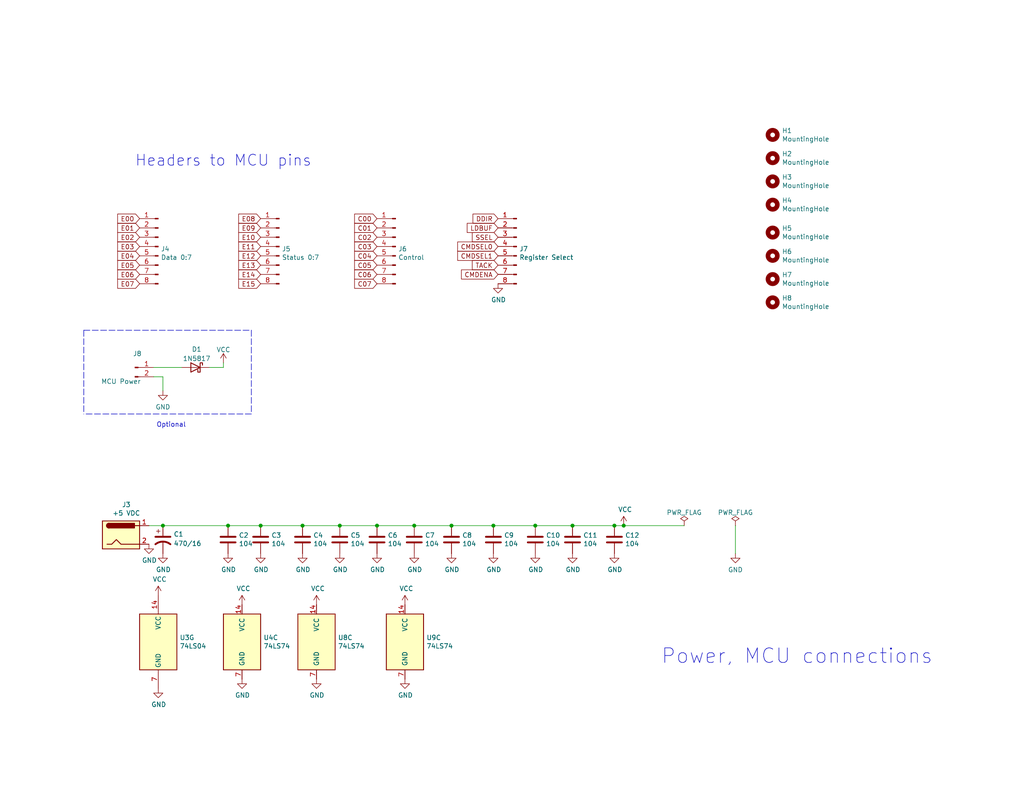
<source format=kicad_sch>
(kicad_sch (version 20211123) (generator eeschema)
  (paper "A")
  (title_block (title "Pertec controller - Power and MCU interface") (date "2022-10-12") (rev "0.2"))
  (lib_symbols
    (symbol "74xx:74LS04"
      (property "Reference" "U" (at 0 1.27 0))
      (property "Value" "74LS04" (at 0 -1.27 0))
      (symbol "74LS04_1_0"
        (polyline (pts (xy -3.81 3.81) (xy -3.81 -3.81) (xy 3.81 0) (xy -3.81 3.81)) (stroke (width 0.254)) (fill (type background)))
        (pin input line (at -7.62 0 0) (length 3.81) (name "~") (number "1"))
        (pin output inverted (at 7.62 0 180) (length 3.81) (name "~") (number "2"))
      )
      (symbol "74LS04_2_0"
        (polyline (pts (xy -3.81 3.81) (xy -3.81 -3.81) (xy 3.81 0) (xy -3.81 3.81)) (stroke (width 0.254)) (fill (type background)))
        (pin input line (at -7.62 0 0) (length 3.81) (name "~") (number "3"))
        (pin output inverted (at 7.62 0 180) (length 3.81) (name "~") (number "4"))
      )
      (symbol "74LS04_3_0"
        (polyline (pts (xy -3.81 3.81) (xy -3.81 -3.81) (xy 3.81 0) (xy -3.81 3.81)) (stroke (width 0.254)) (fill (type background)))
        (pin input line (at -7.62 0 0) (length 3.81) (name "~") (number "5"))
        (pin output inverted (at 7.62 0 180) (length 3.81) (name "~") (number "6"))
      )
      (symbol "74LS04_4_0"
        (polyline (pts (xy -3.81 3.81) (xy -3.81 -3.81) (xy 3.81 0) (xy -3.81 3.81)) (stroke (width 0.254)) (fill (type background)))
        (pin output inverted (at 7.62 0 180) (length 3.81) (name "~") (number "8"))
        (pin input line (at -7.62 0 0) (length 3.81) (name "~") (number "9"))
      )
      (symbol "74LS04_5_0"
        (polyline (pts (xy -3.81 3.81) (xy -3.81 -3.81) (xy 3.81 0) (xy -3.81 3.81)) (stroke (width 0.254)) (fill (type background)))
        (pin output inverted (at 7.62 0 180) (length 3.81) (name "~") (number "10"))
        (pin input line (at -7.62 0 0) (length 3.81) (name "~") (number "11"))
      )
      (symbol "74LS04_6_0"
        (polyline (pts (xy -3.81 3.81) (xy -3.81 -3.81) (xy 3.81 0) (xy -3.81 3.81)) (stroke (width 0.254)) (fill (type background)))
        (pin output inverted (at 7.62 0 180) (length 3.81) (name "~") (number "12"))
        (pin input line (at -7.62 0 0) (length 3.81) (name "~") (number "13"))
      )
      (symbol "74LS04_7_0"
        (pin power_in line (at 0 12.7 270) (length 5.08) (name "VCC") (number "14"))
        (pin power_in line (at 0 -12.7 90) (length 5.08) (name "GND") (number "7"))
      )
      (symbol "74LS04_7_1"
        (rectangle (start -5.08 7.62) (end 5.08 -7.62) (stroke (width 0.254)) (fill (type background)))
      )
    )
    (symbol "74xx:74LS74" (pin_names (offset 1.016))
      (property "Reference" "U" (at -7.62 8.89 0))
      (property "Value" "74LS74" (at -7.62 -8.89 0))
      (symbol "74LS74_1_0"
        (pin input line (at 0 -7.62 90) (length 2.54) (name "~{R}") (number "1"))
        (pin input line (at -7.62 2.54 0) (length 2.54) (name "D") (number "2"))
        (pin input clock (at -7.62 0 0) (length 2.54) (name "C") (number "3"))
        (pin input line (at 0 7.62 270) (length 2.54) (name "~{S}") (number "4"))
        (pin output line (at 7.62 2.54 180) (length 2.54) (name "Q") (number "5"))
        (pin output line (at 7.62 -2.54 180) (length 2.54) (name "~{Q}") (number "6"))
      )
      (symbol "74LS74_1_1"
        (rectangle (start -5.08 5.08) (end 5.08 -5.08) (stroke (width 0.254)) (fill (type background)))
      )
      (symbol "74LS74_2_0"
        (pin input line (at 0 7.62 270) (length 2.54) (name "~{S}") (number "10"))
        (pin input clock (at -7.62 0 0) (length 2.54) (name "C") (number "11"))
        (pin input line (at -7.62 2.54 0) (length 2.54) (name "D") (number "12"))
        (pin input line (at 0 -7.62 90) (length 2.54) (name "~{R}") (number "13"))
        (pin output line (at 7.62 -2.54 180) (length 2.54) (name "~{Q}") (number "8"))
        (pin output line (at 7.62 2.54 180) (length 2.54) (name "Q") (number "9"))
      )
      (symbol "74LS74_2_1"
        (rectangle (start -5.08 5.08) (end 5.08 -5.08) (stroke (width 0.254)) (fill (type background)))
      )
      (symbol "74LS74_3_0"
        (pin power_in line (at 0 10.16 270) (length 2.54) (name "VCC") (number "14"))
        (pin power_in line (at 0 -10.16 90) (length 2.54) (name "GND") (number "7"))
      )
      (symbol "74LS74_3_1"
        (rectangle (start -5.08 7.62) (end 5.08 -7.62) (stroke (width 0.254)) (fill (type background)))
      )
    )
    (symbol "Connector:Conn_01x02_Male" (pin_names (offset 1.016) hide)
      (property "Reference" "J" (at 0 2.54 0))
      (property "Value" "Conn_01x02_Male" (at 0 -5.08 0))
      (symbol "Conn_01x02_Male_1_1"
        (polyline (pts (xy 1.27 -2.54) (xy 0.8636 -2.54)) (stroke (width 0.1524)))
        (polyline (pts (xy 1.27 0) (xy 0.8636 0)) (stroke (width 0.1524)))
        (rectangle (start 0.8636 -2.413) (end 0 -2.667) (stroke (width 0.1524)) (fill (type outline)))
        (rectangle (start 0.8636 0.127) (end 0 -0.127) (stroke (width 0.1524)) (fill (type outline)))
        (pin passive line (at 5.08 0 180) (length 3.81) (name "Pin_1") (number "1"))
        (pin passive line (at 5.08 -2.54 180) (length 3.81) (name "Pin_2") (number "2"))
      )
    )
    (symbol "Connector:Conn_01x08_Male" (pin_names (offset 1.016) hide)
      (property "Reference" "J" (at 0 10.16 0))
      (property "Value" "Conn_01x08_Male" (at 0 -12.7 0))
      (symbol "Conn_01x08_Male_1_1"
        (polyline (pts (xy 1.27 -10.16) (xy 0.8636 -10.16)) (stroke (width 0.1524)))
        (polyline (pts (xy 1.27 -7.62) (xy 0.8636 -7.62)) (stroke (width 0.1524)))
        (polyline (pts (xy 1.27 -5.08) (xy 0.8636 -5.08)) (stroke (width 0.1524)))
        (polyline (pts (xy 1.27 -2.54) (xy 0.8636 -2.54)) (stroke (width 0.1524)))
        (polyline (pts (xy 1.27 0) (xy 0.8636 0)) (stroke (width 0.1524)))
        (polyline (pts (xy 1.27 2.54) (xy 0.8636 2.54)) (stroke (width 0.1524)))
        (polyline (pts (xy 1.27 5.08) (xy 0.8636 5.08)) (stroke (width 0.1524)))
        (polyline (pts (xy 1.27 7.62) (xy 0.8636 7.62)) (stroke (width 0.1524)))
        (rectangle (start 0.8636 -10.033) (end 0 -10.287) (stroke (width 0.1524)) (fill (type outline)))
        (rectangle (start 0.8636 -7.493) (end 0 -7.747) (stroke (width 0.1524)) (fill (type outline)))
        (rectangle (start 0.8636 -4.953) (end 0 -5.207) (stroke (width 0.1524)) (fill (type outline)))
        (rectangle (start 0.8636 -2.413) (end 0 -2.667) (stroke (width 0.1524)) (fill (type outline)))
        (rectangle (start 0.8636 0.127) (end 0 -0.127) (stroke (width 0.1524)) (fill (type outline)))
        (rectangle (start 0.8636 2.667) (end 0 2.413) (stroke (width 0.1524)) (fill (type outline)))
        (rectangle (start 0.8636 5.207) (end 0 4.953) (stroke (width 0.1524)) (fill (type outline)))
        (rectangle (start 0.8636 7.747) (end 0 7.493) (stroke (width 0.1524)) (fill (type outline)))
        (pin passive line (at 5.08 7.62 180) (length 3.81) (name "Pin_1") (number "1"))
        (pin passive line (at 5.08 5.08 180) (length 3.81) (name "Pin_2") (number "2"))
        (pin passive line (at 5.08 2.54 180) (length 3.81) (name "Pin_3") (number "3"))
        (pin passive line (at 5.08 0 180) (length 3.81) (name "Pin_4") (number "4"))
        (pin passive line (at 5.08 -2.54 180) (length 3.81) (name "Pin_5") (number "5"))
        (pin passive line (at 5.08 -5.08 180) (length 3.81) (name "Pin_6") (number "6"))
        (pin passive line (at 5.08 -7.62 180) (length 3.81) (name "Pin_7") (number "7"))
        (pin passive line (at 5.08 -10.16 180) (length 3.81) (name "Pin_8") (number "8"))
      )
    )
    (symbol "Connector:Jack-DC" (pin_names (offset 1.016))
      (property "Reference" "J" (at 0 5.334 0))
      (property "Value" "Jack-DC" (at 0 -5.08 0))
      (symbol "Jack-DC_0_1"
        (rectangle (start -5.08 3.81) (end 5.08 -3.81) (stroke (width 0.254)) (fill (type background)))
        (arc (start -3.302 3.175) (mid -3.937 2.54) (end -3.302 1.905) (stroke (width 0.254)))
        (arc (start -3.302 3.175) (mid -3.937 2.54) (end -3.302 1.905) (stroke (width 0.254)) (fill (type outline)))
        (polyline (pts (xy 5.08 2.54) (xy 3.81 2.54)) (stroke (width 0.254)))
        (polyline (pts (xy -3.81 -2.54) (xy -2.54 -2.54) (xy -1.27 -1.27) (xy 0 -2.54) (xy 2.54 -2.54) (xy 5.08 -2.54)) (stroke (width 0.254)))
        (rectangle (start 3.683 3.175) (end -3.302 1.905) (stroke (width 0.254)) (fill (type outline)))
      )
      (symbol "Jack-DC_1_1"
        (pin passive line (at 7.62 2.54 180) (length 2.54) (name "~") (number "1"))
        (pin passive line (at 7.62 -2.54 180) (length 2.54) (name "~") (number "2"))
      )
    )
    (symbol "Device:C" (pin_numbers hide) (pin_names (offset 0.254))
      (property "Reference" "C" (at 0.635 2.54 0))
      (property "Value" "C" (at 0.635 -2.54 0))
      (symbol "C_0_1"
        (polyline (pts (xy -2.032 -0.762) (xy 2.032 -0.762)) (stroke (width 0.508)))
        (polyline (pts (xy -2.032 0.762) (xy 2.032 0.762)) (stroke (width 0.508)))
      )
      (symbol "C_1_1"
        (pin passive line (at 0 3.81 270) (length 2.794) (name "~") (number "1"))
        (pin passive line (at 0 -3.81 90) (length 2.794) (name "~") (number "2"))
      )
    )
    (symbol "Device:C_Polarized_US" (pin_numbers hide) (pin_names (offset 0.254) hide)
      (property "Reference" "C" (at 0.635 2.54 0))
      (property "Value" "C_Polarized_US" (at 0.635 -2.54 0))
      (symbol "C_Polarized_US_0_1"
        (polyline (pts (xy -2.032 0.762) (xy 2.032 0.762)) (stroke (width 0.508)))
        (polyline (pts (xy -1.778 2.286) (xy -0.762 2.286)))
        (polyline (pts (xy -1.27 1.778) (xy -1.27 2.794)))
        (arc (start 2.032 -1.27) (mid 0 -0.5572) (end -2.032 -1.27) (stroke (width 0.508)))
      )
      (symbol "C_Polarized_US_1_1"
        (pin passive line (at 0 3.81 270) (length 2.794) (name "~") (number "1"))
        (pin passive line (at 0 -3.81 90) (length 3.302) (name "~") (number "2"))
      )
    )
    (symbol "Diode:1N5817" (pin_numbers hide) (pin_names (offset 1.016) hide)
      (property "Reference" "D" (at 0 2.54 0))
      (property "Value" "1N5817" (at 0 -2.54 0))
      (symbol "1N5817_0_1"
        (polyline (pts (xy 1.27 0) (xy -1.27 0)))
        (polyline (pts (xy 1.27 1.27) (xy 1.27 -1.27) (xy -1.27 0) (xy 1.27 1.27)) (stroke (width 0.254)))
        (polyline (pts (xy -1.905 0.635) (xy -1.905 1.27) (xy -1.27 1.27) (xy -1.27 -1.27) (xy -0.635 -1.27) (xy -0.635 -0.635)) (stroke (width 0.254)))
      )
      (symbol "1N5817_1_1"
        (pin passive line (at -3.81 0 0) (length 2.54) (name "K") (number "1"))
        (pin passive line (at 3.81 0 180) (length 2.54) (name "A") (number "2"))
      )
    )
    (symbol "Mechanical:MountingHole" (pin_names (offset 1.016))
      (property "Reference" "H" (at 0 5.08 0))
      (property "Value" "MountingHole" (at 0 3.175 0))
      (symbol "MountingHole_0_1"
        (circle (center 0 0) (radius 1.27) (stroke (width 1.27)))
      )
    )
    (symbol "power:GND" (power) (pin_names (offset 0))
      (property "Value" "GND" (at 0 -3.81 0))
      (symbol "GND_0_1"
        (polyline (pts (xy 0 0) (xy 0 -1.27) (xy 1.27 -1.27) (xy 0 -2.54) (xy -1.27 -1.27) (xy 0 -1.27)))
      )
      (symbol "GND_1_1"
        (pin power_in line (at 0 0 270) (length 0) hide (name "GND") (number "1"))
      )
    )
    (symbol "power:PWR_FLAG" (power) (pin_numbers hide) (pin_names (offset 0) hide)
      (property "Value" "PWR_FLAG" (at 0 3.81 0))
      (symbol "PWR_FLAG_0_0"
        (pin power_out line (at 0 0 90) (length 0) (name "pwr") (number "1"))
      )
      (symbol "PWR_FLAG_0_1"
        (polyline (pts (xy 0 0) (xy 0 1.27) (xy -1.016 1.905) (xy 0 2.54) (xy 1.016 1.905) (xy 0 1.27)))
      )
    )
    (symbol "power:VCC" (power) (pin_names (offset 0))
      (property "Value" "VCC" (at 0 3.81 0))
      (symbol "VCC_0_1"
        (polyline (pts (xy -0.762 1.27) (xy 0 2.54)))
        (polyline (pts (xy 0 0) (xy 0 2.54)))
        (polyline (pts (xy 0 2.54) (xy 0.762 1.27)))
      )
      (symbol "VCC_1_1"
        (pin power_in line (at 0 0 90) (length 0) hide (name "VCC") (number "1"))
      )
    )
  )
  (junction (at 92.71 143.51))
  (junction (at 62.23 143.51))
  (junction (at 71.12 143.51))
  (junction (at 44.45 143.51))
  (junction (at 123.19 143.51))
  (junction (at 82.55 143.51))
  (junction (at 146.05 143.51))
  (junction (at 167.64 143.51))
  (junction (at 113.03 143.51))
  (junction (at 134.62 143.51))
  (junction (at 102.87 143.51))
  (junction (at 156.21 143.51))
  (junction (at 170.18 143.51))
  (wire (pts (xy 60.96 100.33) (xy 60.96 99.06)))
  (wire (pts (xy 71.12 143.51) (xy 82.55 143.51)))
  (wire (pts (xy 123.19 143.51) (xy 134.62 143.51)))
  (wire (pts (xy 156.21 143.51) (xy 167.64 143.51)))
  (wire (pts (xy 134.62 143.51) (xy 146.05 143.51)))
  (wire (pts (xy 44.45 143.51) (xy 62.23 143.51)))
  (wire (pts (xy 146.05 143.51) (xy 156.21 143.51)))
  (wire (pts (xy 62.23 143.51) (xy 71.12 143.51)))
  (wire (pts (xy 82.55 143.51) (xy 92.71 143.51)))
  (wire (pts (xy 40.64 143.51) (xy 44.45 143.51)))
  (polyline (pts (xy 22.86 90.17) (xy 68.58 90.17)))
  (wire (pts (xy 57.15 100.33) (xy 60.96 100.33)))
  (wire (pts (xy 170.18 143.51) (xy 186.69 143.51)))
  (polyline (pts (xy 68.58 90.17) (xy 68.58 113.03)))
  (wire (pts (xy 41.91 100.33) (xy 49.53 100.33)))
  (wire (pts (xy 102.87 143.51) (xy 113.03 143.51)))
  (wire (pts (xy 41.91 102.87) (xy 44.45 102.87)))
  (polyline (pts (xy 68.58 113.03) (xy 22.86 113.03)))
  (wire (pts (xy 92.71 143.51) (xy 102.87 143.51)))
  (polyline (pts (xy 22.86 90.17) (xy 22.86 113.03)))
  (wire (pts (xy 167.64 143.51) (xy 170.18 143.51)))
  (wire (pts (xy 113.03 143.51) (xy 123.19 143.51)))
  (wire (pts (xy 200.66 143.51) (xy 200.66 151.13)))
  (wire (pts (xy 44.45 102.87) (xy 44.45 106.68)))
  (text "Optional" (at 50.8 116.84 180) (effects (font (size 1.27 1.27)) (justify right bottom)))
  (text "Headers to MCU pins" (at 85.09 45.72 180) (effects (font (size 2.9972 2.9972)) (justify right bottom)))
  (text "Power, MCU connections" (at 180.34 181.61 0) (effects (font (size 3.9878 3.9878)) (justify left bottom)))
  (global_label "E06" (shape input) (at 38.1 74.93 180) (property "Intersheet References" "${INTERSHEET_REFS}" (effects hide)))
  (global_label "E09" (shape input) (at 71.12 62.23 180) (property "Intersheet References" "${INTERSHEET_REFS}" (effects hide)))
  (global_label "LDBUF" (shape input) (at 135.89 62.23 180) (property "Intersheet References" "${INTERSHEET_REFS}" (effects hide)))
  (global_label "E01" (shape input) (at 38.1 62.23 180) (property "Intersheet References" "${INTERSHEET_REFS}" (effects hide)))
  (global_label "E14" (shape input) (at 71.12 74.93 180) (property "Intersheet References" "${INTERSHEET_REFS}" (effects hide)))
  (global_label "C03" (shape input) (at 102.87 67.31 180) (property "Intersheet References" "${INTERSHEET_REFS}" (effects hide)))
  (global_label "CMDENA" (shape input) (at 135.89 74.93 180) (property "Intersheet References" "${INTERSHEET_REFS}" (effects hide)))
  (global_label "TACK" (shape input) (at 135.89 72.39 180) (property "Intersheet References" "${INTERSHEET_REFS}" (effects hide)))
  (global_label "DDIR" (shape input) (at 135.89 59.69 180) (property "Intersheet References" "${INTERSHEET_REFS}" (effects hide)))
  (global_label "E10" (shape input) (at 71.12 64.77 180) (property "Intersheet References" "${INTERSHEET_REFS}" (effects hide)))
  (global_label "C00" (shape input) (at 102.87 59.69 180) (property "Intersheet References" "${INTERSHEET_REFS}" (effects hide)))
  (global_label "C02" (shape input) (at 102.87 64.77 180) (property "Intersheet References" "${INTERSHEET_REFS}" (effects hide)))
  (global_label "E13" (shape input) (at 71.12 72.39 180) (property "Intersheet References" "${INTERSHEET_REFS}" (effects hide)))
  (global_label "CMDSEL1" (shape input) (at 135.89 69.85 180) (property "Intersheet References" "${INTERSHEET_REFS}" (effects hide)))
  (global_label "E15" (shape input) (at 71.12 77.47 180) (property "Intersheet References" "${INTERSHEET_REFS}" (effects hide)))
  (global_label "C05" (shape input) (at 102.87 72.39 180) (property "Intersheet References" "${INTERSHEET_REFS}" (effects hide)))
  (global_label "E02" (shape input) (at 38.1 64.77 180) (property "Intersheet References" "${INTERSHEET_REFS}" (effects hide)))
  (global_label "C07" (shape input) (at 102.87 77.47 180) (property "Intersheet References" "${INTERSHEET_REFS}" (effects hide)))
  (global_label "E08" (shape input) (at 71.12 59.69 180) (property "Intersheet References" "${INTERSHEET_REFS}" (effects hide)))
  (global_label "E07" (shape input) (at 38.1 77.47 180) (property "Intersheet References" "${INTERSHEET_REFS}" (effects hide)))
  (global_label "E04" (shape input) (at 38.1 69.85 180) (property "Intersheet References" "${INTERSHEET_REFS}" (effects hide)))
  (global_label "E11" (shape input) (at 71.12 67.31 180) (property "Intersheet References" "${INTERSHEET_REFS}" (effects hide)))
  (global_label "C04" (shape input) (at 102.87 69.85 180) (property "Intersheet References" "${INTERSHEET_REFS}" (effects hide)))
  (global_label "E05" (shape input) (at 38.1 72.39 180) (property "Intersheet References" "${INTERSHEET_REFS}" (effects hide)))
  (global_label "E03" (shape input) (at 38.1 67.31 180) (property "Intersheet References" "${INTERSHEET_REFS}" (effects hide)))
  (global_label "SSEL" (shape input) (at 135.89 64.77 180) (property "Intersheet References" "${INTERSHEET_REFS}" (effects hide)))
  (global_label "E12" (shape input) (at 71.12 69.85 180) (property "Intersheet References" "${INTERSHEET_REFS}" (effects hide)))
  (global_label "CMDSEL0" (shape input) (at 135.89 67.31 180) (property "Intersheet References" "${INTERSHEET_REFS}" (effects hide)))
  (global_label "C01" (shape input) (at 102.87 62.23 180) (property "Intersheet References" "${INTERSHEET_REFS}" (effects hide)))
  (global_label "E00" (shape input) (at 38.1 59.69 180) (property "Intersheet References" "${INTERSHEET_REFS}" (effects hide)))
  (global_label "C06" (shape input) (at 102.87 74.93 180) (property "Intersheet References" "${INTERSHEET_REFS}" (effects hide)))
  (symbol (lib_id "Connector:Jack-DC") (at 33.02 146.05 0) (unit 1)
    (property "Reference" "J3" (at 34.4678 137.795 0))
    (property "Value" "+5 VDC" (at 34.4678 140.1064 0))
    (property "Footprint" "Connector_BarrelJack:BarrelJack_Horizontal" (effects hide))
  )
  (symbol (lib_id "power:GND") (at 40.64 148.59 0) (unit 1)
    (property "Reference" "#PWR0136" (effects hide))
    (property "Value" "GND" (at 40.767 152.9842 0))
  )
  (symbol (lib_id "Device:C") (at 62.23 147.32 0) (unit 1)
    (property "Reference" "C2" (at 65.151 146.1516 0) (effects (justify left)))
    (property "Value" "104" (at 65.151 148.463 0) (effects (justify left)))
    (property "Footprint" "Capacitor_THT:C_Rect_L4.0mm_W2.5mm_P2.50mm" (effects hide))
  )
  (symbol (lib_id "Device:C") (at 71.12 147.32 0) (unit 1)
    (property "Reference" "C3" (at 74.041 146.1516 0) (effects (justify left)))
    (property "Value" "104" (at 74.041 148.463 0) (effects (justify left)))
    (property "Footprint" "Capacitor_THT:C_Rect_L4.0mm_W2.5mm_P2.50mm" (effects hide))
  )
  (symbol (lib_id "Device:C") (at 82.55 147.32 0) (unit 1)
    (property "Reference" "C4" (at 85.471 146.1516 0) (effects (justify left)))
    (property "Value" "104" (at 85.471 148.463 0) (effects (justify left)))
    (property "Footprint" "Capacitor_THT:C_Rect_L4.0mm_W2.5mm_P2.50mm" (effects hide))
  )
  (symbol (lib_id "Device:C") (at 92.71 147.32 0) (unit 1)
    (property "Reference" "C5" (at 95.631 146.1516 0) (effects (justify left)))
    (property "Value" "104" (at 95.631 148.463 0) (effects (justify left)))
    (property "Footprint" "Capacitor_THT:C_Rect_L4.0mm_W2.5mm_P2.50mm" (effects hide))
  )
  (symbol (lib_id "Device:C") (at 102.87 147.32 0) (unit 1)
    (property "Reference" "C6" (at 105.791 146.1516 0) (effects (justify left)))
    (property "Value" "104" (at 105.791 148.463 0) (effects (justify left)))
    (property "Footprint" "Capacitor_THT:C_Rect_L4.0mm_W2.5mm_P2.50mm" (effects hide))
  )
  (symbol (lib_id "Device:C") (at 113.03 147.32 0) (unit 1)
    (property "Reference" "C7" (at 115.951 146.1516 0) (effects (justify left)))
    (property "Value" "104" (at 115.951 148.463 0) (effects (justify left)))
    (property "Footprint" "Capacitor_THT:C_Rect_L4.0mm_W2.5mm_P2.50mm" (effects hide))
  )
  (symbol (lib_id "Device:C") (at 123.19 147.32 0) (unit 1)
    (property "Reference" "C8" (at 126.111 146.1516 0) (effects (justify left)))
    (property "Value" "104" (at 126.111 148.463 0) (effects (justify left)))
    (property "Footprint" "Capacitor_THT:C_Rect_L4.0mm_W2.5mm_P2.50mm" (effects hide))
  )
  (symbol (lib_id "Device:C") (at 134.62 147.32 0) (unit 1)
    (property "Reference" "C9" (at 137.541 146.1516 0) (effects (justify left)))
    (property "Value" "104" (at 137.541 148.463 0) (effects (justify left)))
    (property "Footprint" "Capacitor_THT:C_Rect_L4.0mm_W2.5mm_P2.50mm" (effects hide))
  )
  (symbol (lib_id "Device:C") (at 146.05 147.32 0) (unit 1)
    (property "Reference" "C10" (at 148.971 146.1516 0) (effects (justify left)))
    (property "Value" "104" (at 148.971 148.463 0) (effects (justify left)))
    (property "Footprint" "Capacitor_THT:C_Rect_L4.0mm_W2.5mm_P2.50mm" (effects hide))
  )
  (symbol (lib_id "Device:C") (at 156.21 147.32 0) (unit 1)
    (property "Reference" "C11" (at 159.131 146.1516 0) (effects (justify left)))
    (property "Value" "104" (at 159.131 148.463 0) (effects (justify left)))
    (property "Footprint" "Capacitor_THT:C_Rect_L4.0mm_W2.5mm_P2.50mm" (effects hide))
  )
  (symbol (lib_id "power:VCC") (at 170.18 143.51 0) (unit 1)
    (property "Reference" "#PWR0137" (effects hide))
    (property "Value" "VCC" (at 170.561 139.1158 0))
  )
  (symbol (lib_id "power:GND") (at 62.23 151.13 0) (unit 1)
    (property "Reference" "#PWR0138" (effects hide))
    (property "Value" "GND" (at 62.357 155.5242 0))
  )
  (symbol (lib_id "power:GND") (at 71.12 151.13 0) (unit 1)
    (property "Reference" "#PWR0139" (effects hide))
    (property "Value" "GND" (at 71.247 155.5242 0))
  )
  (symbol (lib_id "power:GND") (at 82.55 151.13 0) (unit 1)
    (property "Reference" "#PWR0140" (effects hide))
    (property "Value" "GND" (at 82.677 155.5242 0))
  )
  (symbol (lib_id "power:GND") (at 92.71 151.13 0) (unit 1)
    (property "Reference" "#PWR0141" (effects hide))
    (property "Value" "GND" (at 92.837 155.5242 0))
  )
  (symbol (lib_id "power:GND") (at 102.87 151.13 0) (unit 1)
    (property "Reference" "#PWR0142" (effects hide))
    (property "Value" "GND" (at 102.997 155.5242 0))
  )
  (symbol (lib_id "power:GND") (at 113.03 151.13 0) (unit 1)
    (property "Reference" "#PWR0143" (effects hide))
    (property "Value" "GND" (at 113.157 155.5242 0))
  )
  (symbol (lib_id "power:GND") (at 123.19 151.13 0) (unit 1)
    (property "Reference" "#PWR0144" (effects hide))
    (property "Value" "GND" (at 123.317 155.5242 0))
  )
  (symbol (lib_id "power:GND") (at 134.62 151.13 0) (unit 1)
    (property "Reference" "#PWR0145" (effects hide))
    (property "Value" "GND" (at 134.747 155.5242 0))
  )
  (symbol (lib_id "power:GND") (at 146.05 151.13 0) (unit 1)
    (property "Reference" "#PWR0146" (effects hide))
    (property "Value" "GND" (at 146.177 155.5242 0))
  )
  (symbol (lib_id "power:GND") (at 156.21 151.13 0) (unit 1)
    (property "Reference" "#PWR0147" (effects hide))
    (property "Value" "GND" (at 156.337 155.5242 0))
  )
  (symbol (lib_id "74xx:74LS04") (at 43.18 175.26 0) (unit 7)
    (property "Reference" "U3" (at 49.022 174.0916 0) (effects (justify left)))
    (property "Value" "74LS04" (at 49.022 176.403 0) (effects (justify left)))
    (property "Footprint" "Package_DIP:DIP-14_W7.62mm" (effects hide))
    (property "Datasheet" "http://www.ti.com/lit/gpn/sn74LS04" (effects hide))
  )
  (symbol (lib_id "74xx:74LS74") (at 66.04 175.26 0) (unit 3)
    (property "Reference" "U4" (at 71.882 174.0916 0) (effects (justify left)))
    (property "Value" "74LS74" (at 71.882 176.403 0) (effects (justify left)))
    (property "Footprint" "Package_DIP:DIP-14_W7.62mm" (effects hide))
    (property "Datasheet" "74xx/74hc_hct74.pdf" (effects hide))
  )
  (symbol (lib_id "74xx:74LS74") (at 86.36 175.26 0) (unit 3)
    (property "Reference" "U8" (at 92.202 174.0916 0) (effects (justify left)))
    (property "Value" "74LS74" (at 92.202 176.403 0) (effects (justify left)))
    (property "Footprint" "Package_DIP:DIP-14_W7.62mm" (effects hide))
    (property "Datasheet" "74xx/74hc_hct74.pdf" (effects hide))
  )
  (symbol (lib_id "power:VCC") (at 43.18 162.56 0) (unit 1)
    (property "Reference" "#PWR0148" (effects hide))
    (property "Value" "VCC" (at 43.561 158.1658 0))
  )
  (symbol (lib_id "power:VCC") (at 86.36 165.1 0) (unit 1)
    (property "Reference" "#PWR0150" (effects hide))
    (property "Value" "VCC" (at 86.741 160.7058 0))
  )
  (symbol (lib_id "power:GND") (at 43.18 187.96 0) (unit 1)
    (property "Reference" "#PWR0151" (effects hide))
    (property "Value" "GND" (at 43.307 192.3542 0))
  )
  (symbol (lib_id "power:GND") (at 66.04 185.42 0) (unit 1)
    (property "Reference" "#PWR0152" (effects hide))
    (property "Value" "GND" (at 66.167 189.8142 0))
  )
  (symbol (lib_id "power:GND") (at 86.36 185.42 0) (unit 1)
    (property "Reference" "#PWR0153" (effects hide))
    (property "Value" "GND" (at 86.487 189.8142 0))
  )
  (symbol (lib_id "Connector:Conn_01x08_Male") (at 43.18 67.31 0) (mirror y) (unit 1)
    (property "Reference" "J4" (at 43.8912 67.9704 0) (effects (justify right)))
    (property "Value" "Data 0:7" (at 43.8912 70.2818 0) (effects (justify right)))
    (property "Footprint" "Connector_PinHeader_2.54mm:PinHeader_1x08_P2.54mm_Vertical" (effects hide))
  )
  (symbol (lib_id "Connector:Conn_01x08_Male") (at 76.2 67.31 0) (mirror y) (unit 1)
    (property "Reference" "J5" (at 76.9112 67.9704 0) (effects (justify right)))
    (property "Value" "Status 0:7" (at 76.9112 70.2818 0) (effects (justify right)))
    (property "Footprint" "Connector_PinHeader_2.54mm:PinHeader_1x08_P2.54mm_Vertical" (effects hide))
  )
  (symbol (lib_id "Connector:Conn_01x08_Male") (at 107.95 67.31 0) (mirror y) (unit 1)
    (property "Reference" "J6" (at 108.6612 67.9704 0) (effects (justify right)))
    (property "Value" "Control" (at 108.6612 70.2818 0) (effects (justify right)))
    (property "Footprint" "Connector_PinHeader_2.54mm:PinHeader_1x08_P2.54mm_Vertical" (effects hide))
  )
  (symbol (lib_id "power:GND") (at 44.45 151.13 0) (unit 1)
    (property "Reference" "#PWR0154" (effects hide))
    (property "Value" "GND" (at 44.577 155.5242 0))
  )
  (symbol (lib_id "Connector:Conn_01x08_Male") (at 140.97 67.31 0) (mirror y) (unit 1)
    (property "Reference" "J7" (at 141.6812 67.9704 0) (effects (justify right)))
    (property "Value" "Register Select" (at 141.6812 70.2818 0) (effects (justify right)))
    (property "Footprint" "Connector_PinHeader_2.54mm:PinHeader_1x08_P2.54mm_Vertical" (effects hide))
  )
  (symbol (lib_id "Device:C") (at 167.64 147.32 0) (unit 1)
    (property "Reference" "C12" (at 170.561 146.1516 0) (effects (justify left)))
    (property "Value" "104" (at 170.561 148.463 0) (effects (justify left)))
    (property "Footprint" "Capacitor_THT:C_Rect_L4.0mm_W2.5mm_P2.50mm" (effects hide))
  )
  (symbol (lib_id "power:GND") (at 167.64 151.13 0) (unit 1)
    (property "Reference" "#PWR0158" (effects hide))
    (property "Value" "GND" (at 167.767 155.5242 0))
  )
  (symbol (lib_id "power:GND") (at 135.89 77.47 0) (unit 1)
    (property "Reference" "#PWR0155" (effects hide))
    (property "Value" "GND" (at 136.017 81.8642 0))
  )
  (symbol (lib_id "power:VCC") (at 66.04 165.1 0) (unit 1)
    (property "Reference" "#PWR0149" (effects hide))
    (property "Value" "VCC" (at 66.421 160.7058 0))
  )
  (symbol (lib_id "74xx:74LS74") (at 110.49 175.26 0) (unit 3)
    (property "Reference" "U9" (at 116.332 174.0916 0) (effects (justify left)))
    (property "Value" "74LS74" (at 116.332 176.403 0) (effects (justify left)))
    (property "Footprint" "Package_DIP:DIP-14_W7.62mm" (effects hide))
    (property "Datasheet" "74xx/74hc_hct74.pdf" (effects hide))
  )
  (symbol (lib_id "power:GND") (at 110.49 185.42 0) (unit 1)
    (property "Reference" "#PWR0110" (effects hide))
    (property "Value" "GND" (at 110.617 189.8142 0))
  )
  (symbol (lib_id "power:VCC") (at 110.49 165.1 0) (unit 1)
    (property "Reference" "#PWR0109" (effects hide))
    (property "Value" "VCC" (at 110.871 160.7058 0))
  )
  (symbol (lib_id "Mechanical:MountingHole") (at 210.82 36.83 0) (unit 1)
    (property "Reference" "H1" (at 213.36 35.6616 0) (effects (justify left)))
    (property "Value" "MountingHole" (at 213.36 37.973 0) (effects (justify left)))
    (property "Footprint" "MountingHole:MountingHole_3.5mm" (effects hide))
  )
  (symbol (lib_id "Mechanical:MountingHole") (at 210.82 43.18 0) (unit 1)
    (property "Reference" "H2" (at 213.36 42.0116 0) (effects (justify left)))
    (property "Value" "MountingHole" (at 213.36 44.323 0) (effects (justify left)))
    (property "Footprint" "MountingHole:MountingHole_3.5mm" (effects hide))
  )
  (symbol (lib_id "Mechanical:MountingHole") (at 210.82 49.53 0) (unit 1)
    (property "Reference" "H3" (at 213.36 48.3616 0) (effects (justify left)))
    (property "Value" "MountingHole" (at 213.36 50.673 0) (effects (justify left)))
    (property "Footprint" "MountingHole:MountingHole_3.5mm" (effects hide))
  )
  (symbol (lib_id "Mechanical:MountingHole") (at 210.82 55.88 0) (unit 1)
    (property "Reference" "H4" (at 213.36 54.7116 0) (effects (justify left)))
    (property "Value" "MountingHole" (at 213.36 57.023 0) (effects (justify left)))
    (property "Footprint" "MountingHole:MountingHole_3.5mm" (effects hide))
  )
  (symbol (lib_id "Mechanical:MountingHole") (at 210.82 63.5 0) (unit 1)
    (property "Reference" "H5" (at 213.36 62.3316 0) (effects (justify left)))
    (property "Value" "MountingHole" (at 213.36 64.643 0) (effects (justify left)))
    (property "Footprint" "MountingHole:MountingHole_3.5mm" (effects hide))
  )
  (symbol (lib_id "Mechanical:MountingHole") (at 210.82 69.85 0) (unit 1)
    (property "Reference" "H6" (at 213.36 68.6816 0) (effects (justify left)))
    (property "Value" "MountingHole" (at 213.36 70.993 0) (effects (justify left)))
    (property "Footprint" "MountingHole:MountingHole_3.5mm" (effects hide))
  )
  (symbol (lib_id "Mechanical:MountingHole") (at 210.82 76.2 0) (unit 1)
    (property "Reference" "H7" (at 213.36 75.0316 0) (effects (justify left)))
    (property "Value" "MountingHole" (at 213.36 77.343 0) (effects (justify left)))
    (property "Footprint" "MountingHole:MountingHole_3.5mm" (effects hide))
  )
  (symbol (lib_id "Mechanical:MountingHole") (at 210.82 82.55 0) (unit 1)
    (property "Reference" "H8" (at 213.36 81.3816 0) (effects (justify left)))
    (property "Value" "MountingHole" (at 213.36 83.693 0) (effects (justify left)))
    (property "Footprint" "MountingHole:MountingHole_3.5mm" (effects hide))
  )
  (symbol (lib_id "Diode:1N5817") (at 53.34 100.33 0) (mirror y) (unit 1)
    (property "Reference" "D1" (at 53.6575 95.3602 0))
    (property "Value" "1N5817" (at 53.6575 97.8971 0))
    (property "Footprint" "Diode_THT:D_DO-41_SOD81_P10.16mm_Horizontal" (effects hide))
    (property "Datasheet" "http://www.vishay.com/docs/88525/1n5817.pdf" (effects hide))
  )
  (symbol (lib_id "power:PWR_FLAG") (at 200.66 143.51 0) (unit 1)
    (property "Reference" "#FLG_GND0101" (effects hide))
    (property "Value" "PWR_FLAG" (at 200.66 139.9342 0))
  )
  (symbol (lib_id "power:PWR_FLAG") (at 186.69 143.51 0) (unit 1)
    (property "Reference" "#FLG_VCC0101" (effects hide))
    (property "Value" "PWR_FLAG" (at 186.69 139.9342 0))
  )
  (symbol (lib_id "Connector:Conn_01x02_Male") (at 36.83 100.33 0) (unit 1)
    (property "Reference" "J8" (at 37.465 96.554 0))
    (property "Value" "MCU Power" (at 33.02 104.14 0))
  )
  (symbol (lib_id "Device:C_Polarized_US") (at 44.45 147.32 0) (unit 1)
    (property "Reference" "C1" (at 47.371 145.8503 0) (effects (justify left)))
    (property "Value" "470/16" (at 47.371 148.3872 0) (effects (justify left)))
  )
  (symbol (lib_id "power:GND") (at 44.45 106.68 0) (unit 1)
    (property "Reference" "#PWR01" (effects hide))
    (property "Value" "GND" (at 44.45 111.1234 0))
  )
  (symbol (lib_id "power:GND") (at 200.66 151.13 0) (unit 1)
    (property "Reference" "#PWR0112" (effects hide))
    (property "Value" "GND" (at 200.66 155.5734 0))
  )
  (symbol (lib_id "power:VCC") (at 60.96 99.06 0) (unit 1)
    (property "Reference" "#PWR02" (effects hide))
    (property "Value" "VCC" (at 60.96 95.4842 0))
  )
)
</source>
